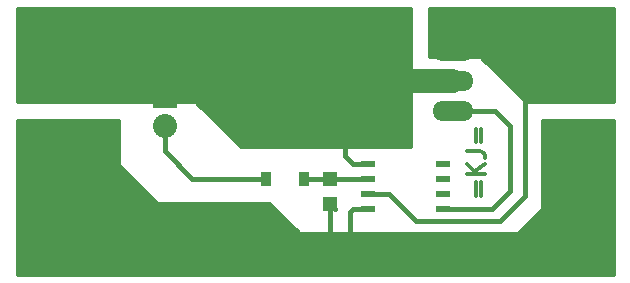
<source format=gbr>
G04 #@! TF.FileFunction,Copper,L1,Top,Signal*
%FSLAX46Y46*%
G04 Gerber Fmt 4.6, Leading zero omitted, Abs format (unit mm)*
G04 Created by KiCad (PCBNEW 4.0.4+e1-6308~48~ubuntu16.04.1-stable) date Wed Nov  2 13:24:19 2016*
%MOMM*%
%LPD*%
G01*
G04 APERTURE LIST*
%ADD10C,0.100000*%
%ADD11C,0.300000*%
%ADD12R,1.198880X1.198880*%
%ADD13R,6.000000X6.000000*%
%ADD14R,2.032000X2.032000*%
%ADD15O,2.032000X2.032000*%
%ADD16O,3.500120X1.699260*%
%ADD17C,3.799840*%
%ADD18R,0.910000X1.220000*%
%ADD19R,1.143000X0.508000*%
%ADD20R,1.300000X1.300000*%
%ADD21C,1.300000*%
%ADD22C,0.400000*%
%ADD23C,2.000000*%
%ADD24C,0.254000*%
G04 APERTURE END LIST*
D10*
D11*
X145688857Y-94769428D02*
X145688857Y-93626571D01*
X146117429Y-93626571D02*
X146117429Y-94769428D01*
X146474571Y-92912285D02*
X144974571Y-92912285D01*
X146474571Y-92055142D02*
X145617429Y-92697999D01*
X144974571Y-92055142D02*
X145831714Y-92912285D01*
X144974571Y-90983714D02*
X146046000Y-90983714D01*
X146260286Y-91055142D01*
X146403143Y-91197999D01*
X146474571Y-91412285D01*
X146474571Y-91555142D01*
X145688857Y-90269428D02*
X145688857Y-89126571D01*
X146117429Y-89126571D02*
X146117429Y-90269428D01*
D12*
X133350000Y-93345000D03*
X133350000Y-95443040D03*
D13*
X110490000Y-91440000D03*
X110490000Y-83940000D03*
D14*
X119380000Y-86360000D03*
D15*
X119380000Y-88900000D03*
D13*
X154305000Y-83820000D03*
X154305000Y-91320000D03*
D16*
X143764000Y-85090000D03*
X143764000Y-87630000D03*
X143764000Y-82550000D03*
D17*
X127000000Y-85090000D03*
D18*
X131175000Y-93345000D03*
X127905000Y-93345000D03*
D19*
X142875000Y-92075000D03*
X142875000Y-93345000D03*
X142875000Y-94615000D03*
X142875000Y-95885000D03*
X136525000Y-95885000D03*
X136525000Y-94615000D03*
X136525000Y-93345000D03*
X136525000Y-92075000D03*
D20*
X118745000Y-81695000D03*
D21*
X118745000Y-99695000D03*
D22*
X133350000Y-93345000D02*
X131175000Y-93345000D01*
X136525000Y-93345000D02*
X133350000Y-93345000D01*
X136525000Y-95885000D02*
X135255000Y-95885000D01*
X135255000Y-95885000D02*
X135003192Y-96136808D01*
X135003192Y-96136808D02*
X135003192Y-98041808D01*
X133350000Y-95443040D02*
X133350000Y-98425000D01*
X133791960Y-95885000D02*
X133350000Y-95443040D01*
X134620000Y-91440000D02*
X134620000Y-90170000D01*
X135255000Y-92075000D02*
X134620000Y-91440000D01*
X136525000Y-92075000D02*
X135255000Y-92075000D01*
D23*
X143764000Y-85090000D02*
X138430000Y-85090000D01*
D22*
X119380000Y-88900000D02*
X119380000Y-91023281D01*
X119380000Y-91023281D02*
X121701719Y-93345000D01*
X121701719Y-93345000D02*
X122678780Y-93345000D01*
X122678780Y-93345000D02*
X127905000Y-93345000D01*
X136525000Y-94615000D02*
X138312874Y-94615000D01*
X138312874Y-94615000D02*
X140615004Y-96917130D01*
X140615004Y-96917130D02*
X147775941Y-96917130D01*
X147775941Y-96917130D02*
X149860000Y-94833071D01*
X149860000Y-94833071D02*
X149860000Y-86591344D01*
X142875000Y-95885000D02*
X147086842Y-95885000D01*
X147086842Y-95885000D02*
X148590000Y-94381842D01*
X148590000Y-94381842D02*
X148590000Y-88900000D01*
X148590000Y-88900000D02*
X147320000Y-87630000D01*
X147320000Y-87630000D02*
X143764000Y-87630000D01*
D24*
G36*
X140208000Y-90678000D02*
X125782606Y-90678000D01*
X122009803Y-86905197D01*
X121967789Y-86877334D01*
X121920000Y-86868000D01*
X106807000Y-86868000D01*
X106807000Y-78867000D01*
X140208000Y-78867000D01*
X140208000Y-90678000D01*
X140208000Y-90678000D01*
G37*
X140208000Y-90678000D02*
X125782606Y-90678000D01*
X122009803Y-86905197D01*
X121967789Y-86877334D01*
X121920000Y-86868000D01*
X106807000Y-86868000D01*
X106807000Y-78867000D01*
X140208000Y-78867000D01*
X140208000Y-90678000D01*
G36*
X157353000Y-86868000D02*
X149912606Y-86868000D01*
X146139803Y-83095197D01*
X146097789Y-83067334D01*
X146050000Y-83058000D01*
X141732000Y-83058000D01*
X141732000Y-78867000D01*
X157353000Y-78867000D01*
X157353000Y-86868000D01*
X157353000Y-86868000D01*
G37*
X157353000Y-86868000D02*
X149912606Y-86868000D01*
X146139803Y-83095197D01*
X146097789Y-83067334D01*
X146050000Y-83058000D01*
X141732000Y-83058000D01*
X141732000Y-78867000D01*
X157353000Y-78867000D01*
X157353000Y-86868000D01*
G36*
X115443000Y-92075000D02*
X115453006Y-92124410D01*
X115480197Y-92164803D01*
X118655197Y-95339803D01*
X118697211Y-95367666D01*
X118745000Y-95377000D01*
X128217394Y-95377000D01*
X130720197Y-97879803D01*
X130762211Y-97907666D01*
X130810000Y-97917000D01*
X149225000Y-97917000D01*
X149274410Y-97906994D01*
X149314803Y-97879803D01*
X151219803Y-95974803D01*
X151247666Y-95932789D01*
X151257000Y-95885000D01*
X151257000Y-88392000D01*
X157353000Y-88392000D01*
X157353000Y-101473000D01*
X106807000Y-101473000D01*
X106807000Y-88392000D01*
X115443000Y-88392000D01*
X115443000Y-92075000D01*
X115443000Y-92075000D01*
G37*
X115443000Y-92075000D02*
X115453006Y-92124410D01*
X115480197Y-92164803D01*
X118655197Y-95339803D01*
X118697211Y-95367666D01*
X118745000Y-95377000D01*
X128217394Y-95377000D01*
X130720197Y-97879803D01*
X130762211Y-97907666D01*
X130810000Y-97917000D01*
X149225000Y-97917000D01*
X149274410Y-97906994D01*
X149314803Y-97879803D01*
X151219803Y-95974803D01*
X151247666Y-95932789D01*
X151257000Y-95885000D01*
X151257000Y-88392000D01*
X157353000Y-88392000D01*
X157353000Y-101473000D01*
X106807000Y-101473000D01*
X106807000Y-88392000D01*
X115443000Y-88392000D01*
X115443000Y-92075000D01*
M02*

</source>
